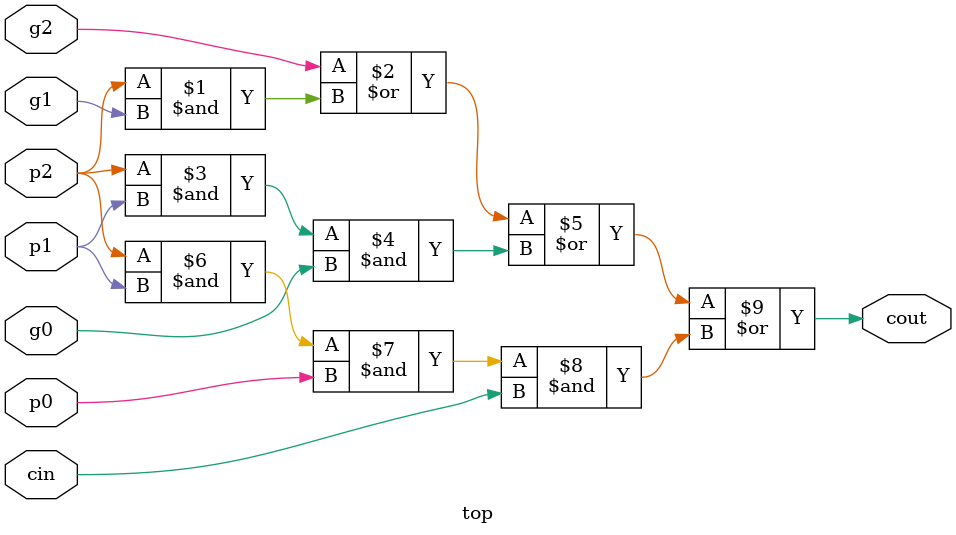
<source format=v>
module top( g0 , p0, g1, p1, g2, p2, cin, cout);
  input g0, p0, g1, p1, g2, p2, cin;
  output cout;
  assign cout = g2 | (p2 & g1) | (p2 & p1 & g0) | (p2 & p1 & p0 & cin);
endmodule

</source>
